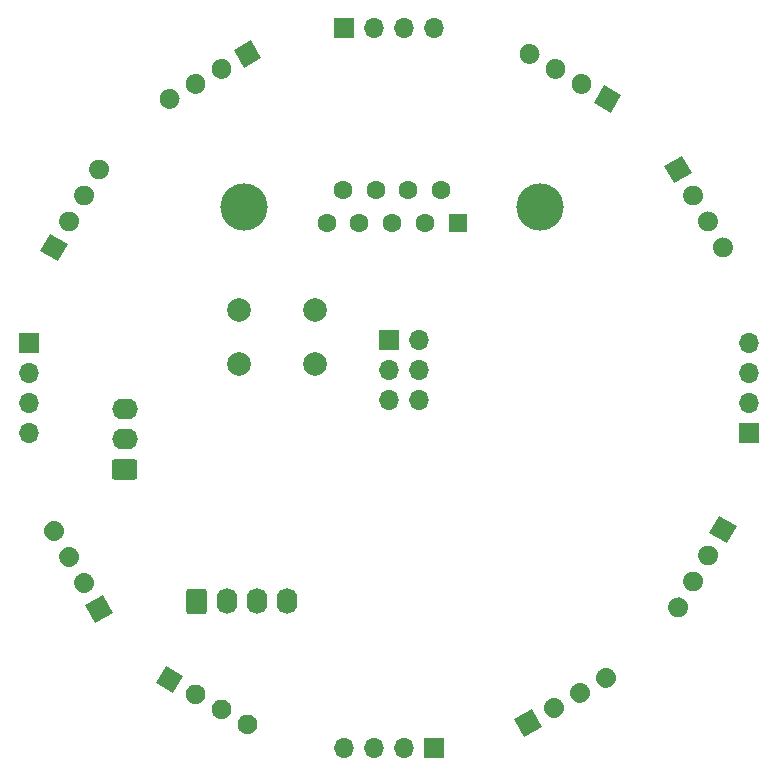
<source format=gbr>
%TF.GenerationSoftware,KiCad,Pcbnew,5.1.9+dfsg1-1+deb11u1*%
%TF.CreationDate,2022-11-12T21:31:23+01:00*%
%TF.ProjectId,ultrasonic_board,756c7472-6173-46f6-9e69-635f626f6172,rev?*%
%TF.SameCoordinates,PX8b48bd0PY4eb9cf0*%
%TF.FileFunction,Soldermask,Bot*%
%TF.FilePolarity,Negative*%
%FSLAX46Y46*%
G04 Gerber Fmt 4.6, Leading zero omitted, Abs format (unit mm)*
G04 Created by KiCad (PCBNEW 5.1.9+dfsg1-1+deb11u1) date 2022-11-12 21:31:23*
%MOMM*%
%LPD*%
G01*
G04 APERTURE LIST*
%ADD10C,2.000000*%
%ADD11O,2.190000X1.740000*%
%ADD12R,1.700000X1.700000*%
%ADD13O,1.700000X1.700000*%
%ADD14O,1.740000X2.190000*%
%ADD15C,0.100000*%
%ADD16R,1.600000X1.600000*%
%ADD17C,1.600000*%
%ADD18C,4.000000*%
G04 APERTURE END LIST*
D10*
%TO.C,RESET*%
X-12700000Y2104000D03*
X-12700000Y6604000D03*
X-6200000Y2104000D03*
X-6200000Y6604000D03*
%TD*%
%TO.C,LED*%
G36*
G01*
X-21506999Y-7728000D02*
X-23197001Y-7728000D01*
G75*
G02*
X-23447000Y-7478001I0J249999D01*
G01*
X-23447000Y-6237999D01*
G75*
G02*
X-23197001Y-5988000I249999J0D01*
G01*
X-21506999Y-5988000D01*
G75*
G02*
X-21257000Y-6237999I0J-249999D01*
G01*
X-21257000Y-7478001D01*
G75*
G02*
X-21506999Y-7728000I-249999J0D01*
G01*
G37*
D11*
X-22352000Y-4318000D03*
X-22352000Y-1778000D03*
%TD*%
D12*
%TO.C,J2*%
X0Y4064000D03*
D13*
X2540000Y4064000D03*
X0Y1524000D03*
X2540000Y1524000D03*
X0Y-1016000D03*
X2540000Y-1016000D03*
%TD*%
%TO.C,I2C*%
G36*
G01*
X-17126000Y-18879001D02*
X-17126000Y-17188999D01*
G75*
G02*
X-16876001Y-16939000I249999J0D01*
G01*
X-15635999Y-16939000D01*
G75*
G02*
X-15386000Y-17188999I0J-249999D01*
G01*
X-15386000Y-18879001D01*
G75*
G02*
X-15635999Y-19129000I-249999J0D01*
G01*
X-16876001Y-19129000D01*
G75*
G02*
X-17126000Y-18879001I0J249999D01*
G01*
G37*
D14*
X-13716000Y-18034000D03*
X-11176000Y-18034000D03*
X-8636000Y-18034000D03*
%TD*%
D13*
%TO.C,U.S. 0 (T)*%
X30480000Y3810000D03*
X30480000Y1270000D03*
X30480000Y-1270000D03*
D12*
X30480000Y-3810000D03*
%TD*%
D15*
%TO.C,U.S. 1 (B)*%
G36*
X24199878Y17380878D02*
G01*
X23349878Y18853122D01*
X24822122Y19703122D01*
X25672122Y18230878D01*
X24199878Y17380878D01*
G37*
G36*
G01*
X25044878Y15917295D02*
X25044878Y15917295D01*
G75*
G02*
X25356000Y17078417I736122J425000D01*
G01*
X25356000Y17078417D01*
G75*
G02*
X26517122Y16767295I425000J-736122D01*
G01*
X26517122Y16767295D01*
G75*
G02*
X26206000Y15606173I-736122J-425000D01*
G01*
X26206000Y15606173D01*
G75*
G02*
X25044878Y15917295I-425000J736122D01*
G01*
G37*
G36*
G01*
X26314878Y13717591D02*
X26314878Y13717591D01*
G75*
G02*
X26626000Y14878713I736122J425000D01*
G01*
X26626000Y14878713D01*
G75*
G02*
X27787122Y14567591I425000J-736122D01*
G01*
X27787122Y14567591D01*
G75*
G02*
X27476000Y13406469I-736122J-425000D01*
G01*
X27476000Y13406469D01*
G75*
G02*
X26314878Y13717591I-425000J736122D01*
G01*
G37*
G36*
G01*
X27584878Y11517886D02*
X27584878Y11517886D01*
G75*
G02*
X27896000Y12679008I736122J425000D01*
G01*
X27896000Y12679008D01*
G75*
G02*
X29057122Y12367886I425000J-736122D01*
G01*
X29057122Y12367886D01*
G75*
G02*
X28746000Y11206764I-736122J-425000D01*
G01*
X28746000Y11206764D01*
G75*
G02*
X27584878Y11517886I-425000J736122D01*
G01*
G37*
%TD*%
%TO.C,U.S. 2 (T)*%
G36*
X18230878Y25672122D02*
G01*
X19703122Y24822122D01*
X18853122Y23349878D01*
X17380878Y24199878D01*
X18230878Y25672122D01*
G37*
G36*
G01*
X16767295Y26517122D02*
X16767295Y26517122D01*
G75*
G02*
X17078417Y25356000I-425000J-736122D01*
G01*
X17078417Y25356000D01*
G75*
G02*
X15917295Y25044878I-736122J425000D01*
G01*
X15917295Y25044878D01*
G75*
G02*
X15606173Y26206000I425000J736122D01*
G01*
X15606173Y26206000D01*
G75*
G02*
X16767295Y26517122I736122J-425000D01*
G01*
G37*
G36*
G01*
X14567591Y27787122D02*
X14567591Y27787122D01*
G75*
G02*
X14878713Y26626000I-425000J-736122D01*
G01*
X14878713Y26626000D01*
G75*
G02*
X13717591Y26314878I-736122J425000D01*
G01*
X13717591Y26314878D01*
G75*
G02*
X13406469Y27476000I425000J736122D01*
G01*
X13406469Y27476000D01*
G75*
G02*
X14567591Y27787122I736122J-425000D01*
G01*
G37*
G36*
G01*
X12367886Y29057122D02*
X12367886Y29057122D01*
G75*
G02*
X12679008Y27896000I-425000J-736122D01*
G01*
X12679008Y27896000D01*
G75*
G02*
X11517886Y27584878I-736122J425000D01*
G01*
X11517886Y27584878D01*
G75*
G02*
X11206764Y28746000I425000J736122D01*
G01*
X11206764Y28746000D01*
G75*
G02*
X12367886Y29057122I736122J-425000D01*
G01*
G37*
%TD*%
D13*
%TO.C,U.S. 3 (B)*%
X3810000Y30480000D03*
X1270000Y30480000D03*
X-1270000Y30480000D03*
D12*
X-3810000Y30480000D03*
%TD*%
%TO.C,U.S. 4 (T)*%
G36*
G01*
X-18962114Y25247122D02*
X-18962114Y25247122D01*
G75*
G02*
X-17800992Y24936000I425000J-736122D01*
G01*
X-17800992Y24936000D01*
G75*
G02*
X-18112114Y23774878I-736122J-425000D01*
G01*
X-18112114Y23774878D01*
G75*
G02*
X-19273236Y24086000I-425000J736122D01*
G01*
X-19273236Y24086000D01*
G75*
G02*
X-18962114Y25247122I736122J425000D01*
G01*
G37*
G36*
G01*
X-16762409Y26517122D02*
X-16762409Y26517122D01*
G75*
G02*
X-15601287Y26206000I425000J-736122D01*
G01*
X-15601287Y26206000D01*
G75*
G02*
X-15912409Y25044878I-736122J-425000D01*
G01*
X-15912409Y25044878D01*
G75*
G02*
X-17073531Y25356000I-425000J736122D01*
G01*
X-17073531Y25356000D01*
G75*
G02*
X-16762409Y26517122I736122J425000D01*
G01*
G37*
G36*
G01*
X-14562705Y27787122D02*
X-14562705Y27787122D01*
G75*
G02*
X-13401583Y27476000I425000J-736122D01*
G01*
X-13401583Y27476000D01*
G75*
G02*
X-13712705Y26314878I-736122J-425000D01*
G01*
X-13712705Y26314878D01*
G75*
G02*
X-14873827Y26626000I-425000J736122D01*
G01*
X-14873827Y26626000D01*
G75*
G02*
X-14562705Y27787122I736122J425000D01*
G01*
G37*
D15*
G36*
X-13099122Y28632122D02*
G01*
X-11626878Y29482122D01*
X-10776878Y28009878D01*
X-12249122Y27159878D01*
X-13099122Y28632122D01*
G37*
%TD*%
%TO.C,U.S. 5 (B)*%
G36*
X-27159878Y12249122D02*
G01*
X-28009878Y10776878D01*
X-29482122Y11626878D01*
X-28632122Y13099122D01*
X-27159878Y12249122D01*
G37*
G36*
G01*
X-26314878Y13712705D02*
X-26314878Y13712705D01*
G75*
G02*
X-27476000Y13401583I-736122J425000D01*
G01*
X-27476000Y13401583D01*
G75*
G02*
X-27787122Y14562705I425000J736122D01*
G01*
X-27787122Y14562705D01*
G75*
G02*
X-26626000Y14873827I736122J-425000D01*
G01*
X-26626000Y14873827D01*
G75*
G02*
X-26314878Y13712705I-425000J-736122D01*
G01*
G37*
G36*
G01*
X-25044878Y15912409D02*
X-25044878Y15912409D01*
G75*
G02*
X-26206000Y15601287I-736122J425000D01*
G01*
X-26206000Y15601287D01*
G75*
G02*
X-26517122Y16762409I425000J736122D01*
G01*
X-26517122Y16762409D01*
G75*
G02*
X-25356000Y17073531I736122J-425000D01*
G01*
X-25356000Y17073531D01*
G75*
G02*
X-25044878Y15912409I-425000J-736122D01*
G01*
G37*
G36*
G01*
X-23774878Y18112114D02*
X-23774878Y18112114D01*
G75*
G02*
X-24936000Y17800992I-736122J425000D01*
G01*
X-24936000Y17800992D01*
G75*
G02*
X-25247122Y18962114I425000J736122D01*
G01*
X-25247122Y18962114D01*
G75*
G02*
X-24086000Y19273236I736122J-425000D01*
G01*
X-24086000Y19273236D01*
G75*
G02*
X-23774878Y18112114I-425000J-736122D01*
G01*
G37*
%TD*%
D12*
%TO.C,U.S. 6 (T)*%
X-30480000Y3810000D03*
D13*
X-30480000Y1270000D03*
X-30480000Y-1270000D03*
X-30480000Y-3810000D03*
%TD*%
%TO.C,U.S. 7 (B)*%
G36*
G01*
X-27584878Y-11644886D02*
X-27584878Y-11644886D01*
G75*
G02*
X-27896000Y-12806008I-736122J-425000D01*
G01*
X-27896000Y-12806008D01*
G75*
G02*
X-29057122Y-12494886I-425000J736122D01*
G01*
X-29057122Y-12494886D01*
G75*
G02*
X-28746000Y-11333764I736122J425000D01*
G01*
X-28746000Y-11333764D01*
G75*
G02*
X-27584878Y-11644886I425000J-736122D01*
G01*
G37*
G36*
G01*
X-26314878Y-13844591D02*
X-26314878Y-13844591D01*
G75*
G02*
X-26626000Y-15005713I-736122J-425000D01*
G01*
X-26626000Y-15005713D01*
G75*
G02*
X-27787122Y-14694591I-425000J736122D01*
G01*
X-27787122Y-14694591D01*
G75*
G02*
X-27476000Y-13533469I736122J425000D01*
G01*
X-27476000Y-13533469D01*
G75*
G02*
X-26314878Y-13844591I425000J-736122D01*
G01*
G37*
G36*
G01*
X-25044878Y-16044295D02*
X-25044878Y-16044295D01*
G75*
G02*
X-25356000Y-17205417I-736122J-425000D01*
G01*
X-25356000Y-17205417D01*
G75*
G02*
X-26517122Y-16894295I-425000J736122D01*
G01*
X-26517122Y-16894295D01*
G75*
G02*
X-26206000Y-15733173I736122J425000D01*
G01*
X-26206000Y-15733173D01*
G75*
G02*
X-25044878Y-16044295I425000J-736122D01*
G01*
G37*
D15*
G36*
X-24199878Y-17507878D02*
G01*
X-23349878Y-18980122D01*
X-24822122Y-19830122D01*
X-25672122Y-18357878D01*
X-24199878Y-17507878D01*
G37*
%TD*%
%TO.C,U.S. 8 (T)*%
G36*
X-18230878Y-25799122D02*
G01*
X-19703122Y-24949122D01*
X-18853122Y-23476878D01*
X-17380878Y-24326878D01*
X-18230878Y-25799122D01*
G37*
G36*
G01*
X-16767295Y-26644122D02*
X-16767295Y-26644122D01*
G75*
G02*
X-17078417Y-25483000I425000J736122D01*
G01*
X-17078417Y-25483000D01*
G75*
G02*
X-15917295Y-25171878I736122J-425000D01*
G01*
X-15917295Y-25171878D01*
G75*
G02*
X-15606173Y-26333000I-425000J-736122D01*
G01*
X-15606173Y-26333000D01*
G75*
G02*
X-16767295Y-26644122I-736122J425000D01*
G01*
G37*
G36*
G01*
X-14567591Y-27914122D02*
X-14567591Y-27914122D01*
G75*
G02*
X-14878713Y-26753000I425000J736122D01*
G01*
X-14878713Y-26753000D01*
G75*
G02*
X-13717591Y-26441878I736122J-425000D01*
G01*
X-13717591Y-26441878D01*
G75*
G02*
X-13406469Y-27603000I-425000J-736122D01*
G01*
X-13406469Y-27603000D01*
G75*
G02*
X-14567591Y-27914122I-736122J425000D01*
G01*
G37*
G36*
G01*
X-12367886Y-29184122D02*
X-12367886Y-29184122D01*
G75*
G02*
X-12679008Y-28023000I425000J736122D01*
G01*
X-12679008Y-28023000D01*
G75*
G02*
X-11517886Y-27711878I736122J-425000D01*
G01*
X-11517886Y-27711878D01*
G75*
G02*
X-11206764Y-28873000I-425000J-736122D01*
G01*
X-11206764Y-28873000D01*
G75*
G02*
X-12367886Y-29184122I-736122J425000D01*
G01*
G37*
%TD*%
D12*
%TO.C,U.S. 9 (B)*%
X3810000Y-30480000D03*
D13*
X1270000Y-30480000D03*
X-1270000Y-30480000D03*
X-3810000Y-30480000D03*
%TD*%
%TO.C,U.S. 10 (T)*%
G36*
G01*
X18835114Y-25247122D02*
X18835114Y-25247122D01*
G75*
G02*
X17673992Y-24936000I-425000J736122D01*
G01*
X17673992Y-24936000D01*
G75*
G02*
X17985114Y-23774878I736122J425000D01*
G01*
X17985114Y-23774878D01*
G75*
G02*
X19146236Y-24086000I425000J-736122D01*
G01*
X19146236Y-24086000D01*
G75*
G02*
X18835114Y-25247122I-736122J-425000D01*
G01*
G37*
G36*
G01*
X16635409Y-26517122D02*
X16635409Y-26517122D01*
G75*
G02*
X15474287Y-26206000I-425000J736122D01*
G01*
X15474287Y-26206000D01*
G75*
G02*
X15785409Y-25044878I736122J425000D01*
G01*
X15785409Y-25044878D01*
G75*
G02*
X16946531Y-25356000I425000J-736122D01*
G01*
X16946531Y-25356000D01*
G75*
G02*
X16635409Y-26517122I-736122J-425000D01*
G01*
G37*
G36*
G01*
X14435705Y-27787122D02*
X14435705Y-27787122D01*
G75*
G02*
X13274583Y-27476000I-425000J736122D01*
G01*
X13274583Y-27476000D01*
G75*
G02*
X13585705Y-26314878I736122J425000D01*
G01*
X13585705Y-26314878D01*
G75*
G02*
X14746827Y-26626000I425000J-736122D01*
G01*
X14746827Y-26626000D01*
G75*
G02*
X14435705Y-27787122I-736122J-425000D01*
G01*
G37*
D15*
G36*
X12972122Y-28632122D02*
G01*
X11499878Y-29482122D01*
X10649878Y-28009878D01*
X12122122Y-27159878D01*
X12972122Y-28632122D01*
G37*
%TD*%
%TO.C,U.S. 11 (B)*%
G36*
G01*
X23774878Y-18112114D02*
X23774878Y-18112114D01*
G75*
G02*
X24936000Y-17800992I736122J-425000D01*
G01*
X24936000Y-17800992D01*
G75*
G02*
X25247122Y-18962114I-425000J-736122D01*
G01*
X25247122Y-18962114D01*
G75*
G02*
X24086000Y-19273236I-736122J425000D01*
G01*
X24086000Y-19273236D01*
G75*
G02*
X23774878Y-18112114I425000J736122D01*
G01*
G37*
G36*
G01*
X25044878Y-15912409D02*
X25044878Y-15912409D01*
G75*
G02*
X26206000Y-15601287I736122J-425000D01*
G01*
X26206000Y-15601287D01*
G75*
G02*
X26517122Y-16762409I-425000J-736122D01*
G01*
X26517122Y-16762409D01*
G75*
G02*
X25356000Y-17073531I-736122J425000D01*
G01*
X25356000Y-17073531D01*
G75*
G02*
X25044878Y-15912409I425000J736122D01*
G01*
G37*
G36*
G01*
X26314878Y-13712705D02*
X26314878Y-13712705D01*
G75*
G02*
X27476000Y-13401583I736122J-425000D01*
G01*
X27476000Y-13401583D01*
G75*
G02*
X27787122Y-14562705I-425000J-736122D01*
G01*
X27787122Y-14562705D01*
G75*
G02*
X26626000Y-14873827I-736122J425000D01*
G01*
X26626000Y-14873827D01*
G75*
G02*
X26314878Y-13712705I425000J736122D01*
G01*
G37*
G36*
X27159878Y-12249122D02*
G01*
X28009878Y-10776878D01*
X29482122Y-11626878D01*
X28632122Y-13099122D01*
X27159878Y-12249122D01*
G37*
%TD*%
D16*
%TO.C,CAN*%
X5842000Y13970000D03*
D17*
X3072000Y13970000D03*
X302000Y13970000D03*
X-2468000Y13970000D03*
X-5238000Y13970000D03*
X4457000Y16810000D03*
X1687000Y16810000D03*
X-1083000Y16810000D03*
X-3853000Y16810000D03*
D18*
X12802000Y15390000D03*
X-12198000Y15390000D03*
%TD*%
M02*

</source>
